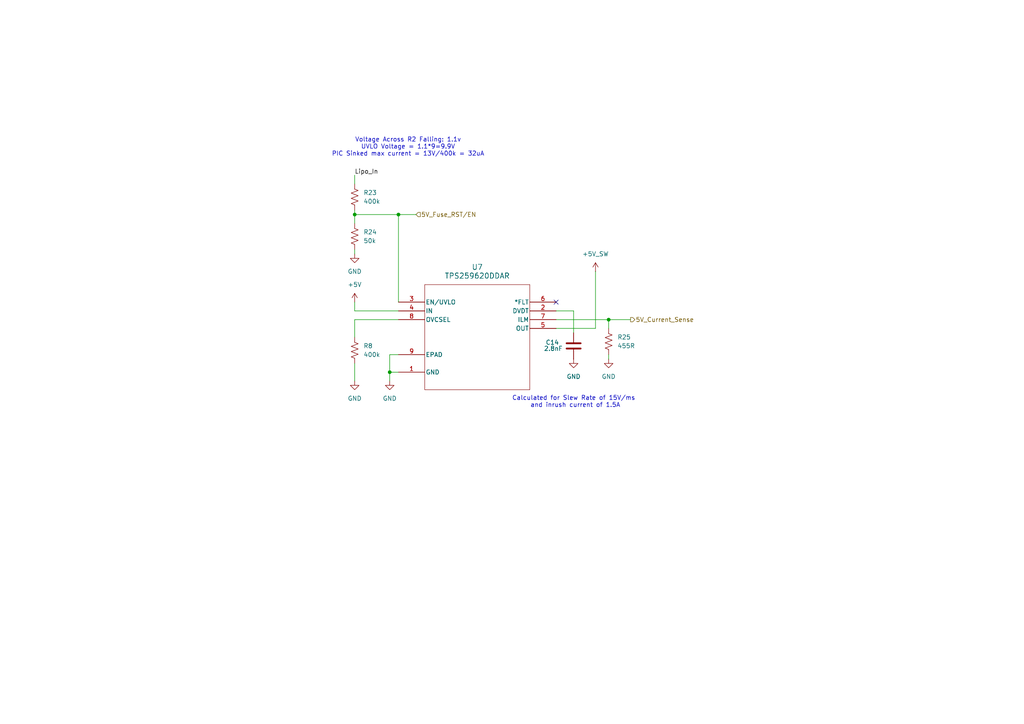
<source format=kicad_sch>
(kicad_sch (version 20231120) (generator "eeschema") (generator_version "8.0")
  (paper "A4")
  (lib_symbols
    (symbol "Device:C" (pin_numbers hide) (pin_names (offset 0.254))
      (property "Reference" "C" (at 0.635 2.54 0))
      (property "Value" "C" (at 0.635 -2.54 0))
      (symbol "C_0_1"
        (polyline (pts (xy -2.032 -0.762) (xy 2.032 -0.762)) (stroke (width 0.508)))
        (polyline (pts (xy -2.032 0.762) (xy 2.032 0.762)) (stroke (width 0.508)))
      )
      (symbol "C_1_1"
        (pin passive line (at 0 3.81 270) (length 2.794) (name "~") (number "1"))
        (pin passive line (at 0 -3.81 90) (length 2.794) (name "~") (number "2"))
      )
    )
    (symbol "Device:R_US" (pin_numbers hide) (pin_names (offset 0))
      (property "Reference" "R" (at 2.54 0 90))
      (property "Value" "R_US" (at -2.54 0 90))
      (symbol "R_US_0_1"
        (polyline (pts (xy 0 -2.286) (xy 0 -2.54)))
        (polyline (pts (xy 0 2.286) (xy 0 2.54)))
        (polyline (pts (xy 0 -0.762) (xy 1.016 -1.143) (xy 0 -1.524) (xy -1.016 -1.905) (xy 0 -2.286)))
        (polyline (pts (xy 0 0.762) (xy 1.016 0.381) (xy 0 0) (xy -1.016 -0.381) (xy 0 -0.762)))
        (polyline (pts (xy 0 2.286) (xy 1.016 1.905) (xy 0 1.524) (xy -1.016 1.143) (xy 0 0.762)))
      )
      (symbol "R_US_1_1"
        (pin passive line (at 0 3.81 270) (length 1.27) (name "~") (number "1"))
        (pin passive line (at 0 -3.81 90) (length 1.27) (name "~") (number "2"))
      )
    )
    (symbol "TPS2596DDAR:TPS259620DDAR" (pin_names (offset 0.254))
      (property "Reference" "U" (at 22.86 10.16 0))
      (property "Value" "TPS259620DDAR" (at 22.86 7.62 0))
      (symbol "TPS259620DDAR_0_1"
        (polyline (pts (xy 7.62 -25.4) (xy 38.1 -25.4)) (stroke (width 0.127)))
        (polyline (pts (xy 7.62 5.08) (xy 7.62 -25.4)) (stroke (width 0.127)))
        (polyline (pts (xy 38.1 -25.4) (xy 38.1 5.08)) (stroke (width 0.127)))
        (polyline (pts (xy 38.1 5.08) (xy 7.62 5.08)) (stroke (width 0.127)))
        (pin power_in line (at 0 -20.32 0) (length 7.62) (name "GND") (number "1"))
        (pin output line (at 45.72 -2.54 180) (length 7.62) (name "DVDT") (number "2"))
        (pin input line (at 0 0 0) (length 7.62) (name "EN/UVLO") (number "3"))
        (pin power_in line (at 0 -2.54 0) (length 7.62) (name "IN") (number "4"))
        (pin power_in line (at 45.72 -7.62 180) (length 7.62) (name "OUT") (number "5"))
        (pin output line (at 45.72 0 180) (length 7.62) (name "*FLT") (number "6"))
        (pin output line (at 45.72 -5.08 180) (length 7.62) (name "ILM") (number "7"))
        (pin input line (at 0 -5.08 0) (length 7.62) (name "OVCSEL") (number "8"))
        (pin power_in line (at 0 -15.24 0) (length 7.62) (name "EPAD") (number "9"))
      )
    )
    (symbol "power:+5V" (power) (pin_numbers hide) (pin_names (offset 0) hide)
      (property "Value" "+5V" (at 0 3.556 0))
      (symbol "+5V_0_1"
        (polyline (pts (xy -0.762 1.27) (xy 0 2.54)))
        (polyline (pts (xy 0 0) (xy 0 2.54)))
        (polyline (pts (xy 0 2.54) (xy 0.762 1.27)))
      )
      (symbol "+5V_1_1"
        (pin power_in line (at 0 0 90) (length 0) (name "~") (number "1"))
      )
    )
    (symbol "power:GND" (power) (pin_numbers hide) (pin_names (offset 0) hide)
      (property "Value" "GND" (at 0 -3.81 0))
      (symbol "GND_0_1"
        (polyline (pts (xy 0 0) (xy 0 -1.27) (xy 1.27 -1.27) (xy 0 -2.54) (xy -1.27 -1.27) (xy 0 -1.27)))
      )
      (symbol "GND_1_1"
        (pin power_in line (at 0 0 270) (length 0) (name "~") (number "1"))
      )
    )
  )
  (junction (at 115.57 62.23))
  (junction (at 176.53 92.71))
  (junction (at 113.03 107.95))
  (junction (at 102.87 62.23))
  (no_connect (at 161.29 87.63))
  (wire (pts (xy 176.53 92.71) (xy 176.53 95.25)))
  (wire (pts (xy 115.57 92.71) (xy 102.87 92.71)))
  (wire (pts (xy 102.87 62.23) (xy 102.87 64.77)))
  (wire (pts (xy 102.87 87.63) (xy 102.87 90.17)))
  (wire (pts (xy 102.87 92.71) (xy 102.87 97.79)))
  (wire (pts (xy 115.57 107.95) (xy 113.03 107.95)))
  (wire (pts (xy 115.57 102.87) (xy 113.03 102.87)))
  (wire (pts (xy 115.57 62.23) (xy 120.65 62.23)))
  (wire (pts (xy 102.87 62.23) (xy 115.57 62.23)))
  (wire (pts (xy 102.87 60.96) (xy 102.87 62.23)))
  (wire (pts (xy 113.03 102.87) (xy 113.03 107.95)))
  (wire (pts (xy 102.87 90.17) (xy 115.57 90.17)))
  (wire (pts (xy 176.53 102.87) (xy 176.53 104.14)))
  (wire (pts (xy 113.03 107.95) (xy 113.03 110.49)))
  (wire (pts (xy 166.37 90.17) (xy 166.37 96.52)))
  (wire (pts (xy 161.29 90.17) (xy 166.37 90.17)))
  (wire (pts (xy 161.29 92.71) (xy 176.53 92.71)))
  (wire (pts (xy 102.87 105.41) (xy 102.87 110.49)))
  (wire (pts (xy 102.87 72.39) (xy 102.87 73.66)))
  (wire (pts (xy 115.57 62.23) (xy 115.57 87.63)))
  (wire (pts (xy 172.72 78.74) (xy 172.72 95.25)))
  (wire (pts (xy 161.29 95.25) (xy 172.72 95.25)))
  (wire (pts (xy 176.53 92.71) (xy 182.88 92.71)))
  (wire (pts (xy 102.87 50.8) (xy 102.87 53.34)))
  (text "Voltage Across R2 Falling: 1.1v\nUVLO Voltage = 1.1*9=9.9V\nPIC Sinked max current = 13V/400k = 32uA" (at 118.364 42.672 0) (effects (font (size 1.27 1.27))))
  (text "Calculated for Slew Rate of 15V/ms \nand inrush current of 1.5A" (at 166.878 116.586 0) (effects (font (size 1.27 1.27))))
  (label "Lipo_In" (at 102.87 50.8 0))
  (hierarchical_label "5V_Current_Sense" (shape output) (at 182.88 92.71 0))
  (hierarchical_label "5V_Fuse_RST{slash}EN" (shape input) (at 120.65 62.23 0))
  (symbol (lib_id "Device:C") (at 166.37 100.33 0) (unit 1)
    (property "Reference" "C14" (at 158.242 99.314 0) (effects (justify left)))
    (property "Value" "2.8nF" (at 157.734 101.092 0) (effects (justify left)))
    (property "Description" "Unpolarized capacitor" (effects (hide yes)))
  )
  (symbol (lib_id "power:GND") (at 176.53 104.14 0) (mirror y) (unit 1)
    (property "Reference" "#PWR047" (effects (hide yes)))
    (property "Value" "GND" (at 176.53 109.22 0))
    (property "Description" "Power symbol creates a global label with name \"GND\" , ground" (effects (hide yes)))
  )
  (symbol (lib_id "Device:R_US") (at 176.53 99.06 0) (unit 1)
    (property "Reference" "R25" (at 179.07 97.7899 0) (effects (justify left)))
    (property "Value" "455R" (at 179.07 100.3299 0) (effects (justify left)))
    (property "Description" "Resistor, US symbol" (effects (hide yes)))
  )
  (symbol (lib_id "power:+5V") (at 172.72 78.74 0) (unit 1)
    (property "Reference" "#PWR049" (effects (hide yes)))
    (property "Value" "+5V_SW" (at 172.72 73.66 0))
    (property "Description" "Power symbol creates a global label with name \"+5V\"" (effects (hide yes)))
  )
  (symbol (lib_id "power:GND") (at 102.87 73.66 0) (unit 1)
    (property "Reference" "#PWR044" (effects (hide yes)))
    (property "Value" "GND" (at 102.87 78.74 0))
    (property "Description" "Power symbol creates a global label with name \"GND\" , ground" (effects (hide yes)))
  )
  (symbol (lib_id "power:GND") (at 102.87 110.49 0) (mirror y) (unit 1)
    (property "Reference" "#PWR021" (effects (hide yes)))
    (property "Value" "GND" (at 102.87 115.57 0))
    (property "Description" "Power symbol creates a global label with name \"GND\" , ground" (effects (hide yes)))
  )
  (symbol (lib_id "Device:R_US") (at 102.87 68.58 0) (unit 1)
    (property "Reference" "R24" (at 105.41 67.3099 0) (effects (justify left)))
    (property "Value" "50k" (at 105.41 69.8499 0) (effects (justify left)))
    (property "Description" "Resistor, US symbol" (effects (hide yes)))
  )
  (symbol (lib_id "Device:R_US") (at 102.87 101.6 0) (unit 1)
    (property "Reference" "R8" (at 105.41 100.3299 0) (effects (justify left)))
    (property "Value" "400k" (at 105.41 102.8699 0) (effects (justify left)))
    (property "Description" "Resistor, US symbol" (effects (hide yes)))
  )
  (symbol (lib_id "power:+5V") (at 102.87 87.63 0) (unit 1)
    (property "Reference" "#PWR038" (effects (hide yes)))
    (property "Value" "+5V" (at 102.87 82.55 0))
    (property "Description" "Power symbol creates a global label with name \"+5V\"" (effects (hide yes)))
  )
  (symbol (lib_id "power:GND") (at 166.37 104.14 0) (mirror y) (unit 1)
    (property "Reference" "#PWR026" (effects (hide yes)))
    (property "Value" "GND" (at 166.37 109.22 0))
    (property "Description" "Power symbol creates a global label with name \"GND\" , ground" (effects (hide yes)))
  )
  (symbol (lib_id "Device:R_US") (at 102.87 57.15 0) (unit 1)
    (property "Reference" "R23" (at 105.41 55.8799 0) (effects (justify left)))
    (property "Value" "400k" (at 105.41 58.4199 0) (effects (justify left)))
    (property "Description" "Resistor, US symbol" (effects (hide yes)))
  )
  (symbol (lib_id "power:GND") (at 113.03 110.49 0) (mirror y) (unit 1)
    (property "Reference" "#PWR045" (effects (hide yes)))
    (property "Value" "GND" (at 113.03 115.57 0))
    (property "Description" "Power symbol creates a global label with name \"GND\" , ground" (effects (hide yes)))
  )
  (symbol (lib_id "TPS2596DDAR:TPS259620DDAR") (at 115.57 87.63 0) (unit 1)
    (property "Reference" "U7" (at 138.43 77.47 0) (effects (font (size 1.524 1.524))))
    (property "Value" "TPS259620DDAR" (at 138.43 80.01 0) (effects (font (size 1.524 1.524))))
    (property "Footprint" "SOIC_20DDAR_TEX" (effects (hide yes)))
    (property "Datasheet" "TPS259620DDAR" (effects (hide yes)))
  )
)
</source>
